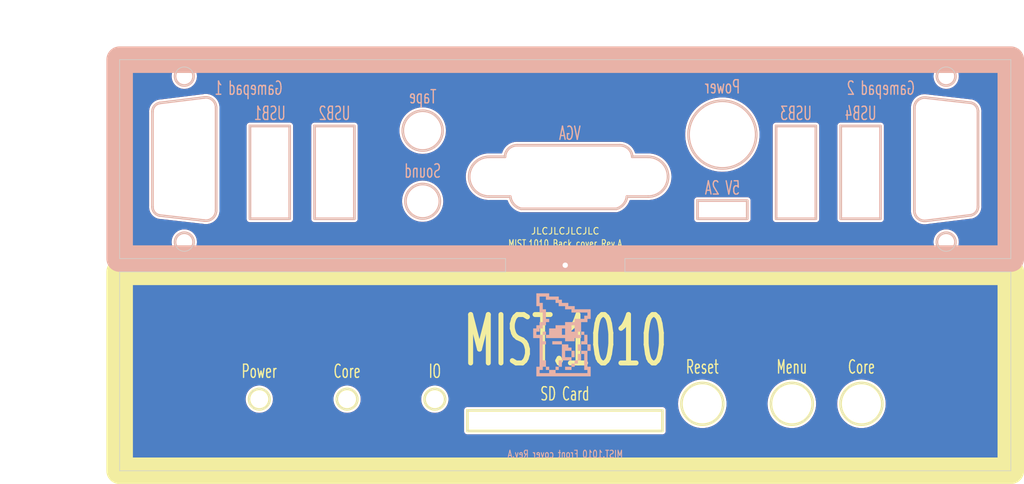
<source format=kicad_pcb>
(kicad_pcb (version 20210424) (generator pcbnew)
  (layers (0 "F.Cu" signal) (31 "B.Cu" signal) (34 "B.Paste" user) (35 "F.Paste" user) (36 "B.SilkS" user "B.Silkscreen") (37 "F.SilkS" user "F.Silkscreen") (38 "B.Mask" user) (39 "F.Mask" user) (44 "Edge.Cuts" user))
  (net 0 "")
  (net 1 "COMMON")
  (footprint "my:black-mage" (layer "B.Cu") (at 144 102.5 180)
    (fp_text reference "G***" hide)
    (fp_text value "LOGO" hide)
    (fp_poly (pts (xy 0 -0.962526) (xy 1.443789 -0.962526) (xy 1.443789 -1.443789) (xy 0 -1.443789) (xy 0 -0.962526)) (layer "B.SilkS") (width 0.01) (fill solid))
    (fp_poly (pts (xy -1.44379 -3.850105) (xy -1.44379 -3.368842) (xy -1.925053 -3.368842) (xy -1.925053 -2.406316) (xy -1.44379 -2.406316) (xy -1.44379 -3.368842) (xy -0.481263 -3.368842) (xy -0.481263 -2.406316) (xy -1.44379 -2.406316) (xy -1.44379 -1.925052) (xy -0.962527 -1.925052) (xy -0.962527 -1.443789) (xy 0 -1.443789) (xy 0 -3.850105) (xy -1.44379 -3.850105)) (layer "B.SilkS") (width 0.01) (fill solid))
    (fp_poly (pts (xy -1.925053 -4.812631) (xy -1.925053 -4.331368) (xy -1.44379 -4.331368) (xy -1.44379 -4.812631) (xy -1.925053 -4.812631)) (layer "B.SilkS") (width 0.01) (fill solid))
    (fp_poly (pts (xy 0.962526 -4.812631) (xy 0.962526 -5.293895) (xy 0.481263 -5.293895) (xy 0.481263 -4.812631) (xy 0.962526 -4.812631)) (layer "B.SilkS") (width 0.01) (fill solid))
    (fp_poly (pts (xy -0.481263 -4.812631) (xy -0.481263 -5.293895) (xy -1.44379 -5.293895) (xy -1.44379 -4.812631) (xy -0.481263 -4.812631)) (layer "B.SilkS") (width 0.01) (fill solid))
    (fp_poly (pts (xy -2.887579 -3.850105) (xy -2.887579 -2.887579) (xy -2.406316 -2.887579) (xy -2.406316 -3.850105) (xy -2.887579 -3.850105)) (layer "B.SilkS") (width 0.01) (fill solid))
    (fp_poly (pts (xy 2.406316 -5.293895) (xy 1.925052 -5.293895) (xy 1.925052 -4.812631) (xy 2.406316 -4.812631) (xy 2.406316 -5.293895)) (layer "B.SilkS") (width 0.01) (fill solid))
    (fp_poly (pts (xy -2.406316 -4.331368) (xy -2.406316 -3.850105) (xy -1.925053 -3.850105) (xy -1.925053 -4.331368) (xy -2.406316 -4.331368)) (layer "B.SilkS") (width 0.01) (fill solid))
    (fp_poly (pts (xy 0 -4.812631) (xy 0 -3.850105) (xy 0.481263 -3.850105) (xy 0.481263 -4.812631) (xy 0 -4.812631)) (layer "B.SilkS") (width 0.01) (fill solid))
    (fp_poly (pts (xy 3.850105 4.331369) (xy 3.368842 4.331369) (xy 3.368842 3.368842) (xy 2.887579 3.368842) (xy 2.887579 1.925053) (xy 3.368842 1.925053) (xy 3.368842 1.44379) (xy 3.850105 1.44379) (xy 3.850105 0.962527) (xy 4.331368 0.962527) (xy 4.331368 -0.481263) (xy 3.368842 -0.481263) (xy 3.368842 -4.812631) (xy 3.850105 -4.812631) (xy 3.850105 -6.256421) (xy -4.331369 -6.256421) (xy -4.331369 -4.812631) (xy -3.850105 -4.812631) (xy -3.850105 -2.406316) (xy -4.331369 -2.406316) (xy -4.331369 -1.443789) (xy -3.850105 -1.443789) (xy -3.850105 -2.406316) (xy -2.887579 -2.406316) (xy -2.887579 -2.887579) (xy -3.368842 -2.887579) (xy -3.368842 -5.293895) (xy -3.850105 -5.293895) (xy -3.850105 -5.775158) (xy 0.962526 -5.775158) (xy 0.962526 -5.293895) (xy 1.925052 -5.293895) (xy 1.925052 -5.775158) (xy 3.368842 -5.775158) (xy 3.368842 -5.293895) (xy 2.887579 -5.293895) (xy 2.887579 -4.812631) (xy 2.406316 -4.812631) (xy 2.406316 -3.850105) (xy 2.887579 -3.850105) (xy 2.887579 -1.443789) (xy 2.406316 -1.443789) (xy 2.406316 -0.962526) (xy 2.887579 -0.962526) (xy 2.887579 0) (xy 3.850105 0) (xy 3.850105 0.481263) (xy 3.368842 0.481263) (xy 3.368842 0.962527) (xy 2.887579 0.962527) (xy 2.887579 1.44379) (xy 2.406316 1.44379) (xy 2.406316 1.925053) (xy 1.925052 1.925053) (xy 1.925052 2.406316) (xy 2.406316 2.406316) (xy 2.406316 3.850105) (xy 2.887579 3.850105) (xy 2.887579 4.812632) (xy 3.368842 4.812632) (xy 3.368842 5.775158) (xy 2.406316 5.775158) (xy 2.406316 5.293895) (xy 0.962526 5.293895) (xy 0.962526 4.812632) (xy 0.481263 4.812632) (xy 0.481263 4.331369) (xy -0.481263 4.331369) (xy -0.481263 3.850105) (xy -1.44379 3.850105) (xy -1.44379 3.368842) (xy -3.850105 3.368842) (xy -3.850105 2.887579) (xy -3.368842 2.887579) (xy -3.368842 2.406316) (xy -1.925053 2.406316) (xy -1.925053 1.925053) (xy -0.481263 1.925053) (xy -0.481263 1.44379) (xy 0.962526 1.44379) (xy 0.962526 0.962527) (xy 1.925052 0.962527) (xy 1.925052 0) (xy 2.406316 0) (xy 2.406316 -0.481263) (xy -0.481263 -0.481263) (xy -0.481263 -0.962526) (xy -1.925053 -0.962526) (xy -1.925053 -0.481263) (xy -2.887579 -0.481263) (xy -2.887579 0) (xy -3.368842 0) (xy -3.368842 -0.962526) (xy -2.887579 -0.962526) (xy -2.887579 -1.443789) (xy -3.850105 -1.443789) (xy -3.850105 0) (xy -3.368842 0) (xy -3.368842 0.481263) (xy -2.887579 0.481263) (xy -2.887579 0) (xy -2.406316 0) (xy -2.406316 0.481263) (xy -2.887579 0.481263) (xy -2.887579 1.44379) (xy -1.925053 1.44379) (xy -1.925053 0.481263) (xy -1.44379 0.481263) (xy -1.44379 0.962527) (xy -0.481263 0.962527) (xy -0.481263 0) (xy 0 0) (xy 0 0.962527) (xy -0.481263 0.962527) (xy -1.44379 0.962527) (xy -1.44379 1.44379) (xy -1.925053 1.44379) (xy -2.887579 1.44379) (xy -2.887579 1.925053) (xy -3.850105 1.925053) (xy -3.850105 2.406316) (xy -4.331369 2.406316) (xy -4.331369 3.850105) (xy -1.925053 3.850105) (xy -1.925053 4.331369) (xy -0.962527 4.331369) (xy -0.962527 4.812632) (xy 0 4.812632) (xy 0 5.293895) (xy 0.481263 5.293895) (xy 0.481263 5.775158) (xy 1.925052 5.775158) (xy 1.925052 6.256421) (xy 3.850105 6.256421) (xy 3.850105 4.331369)) (layer "B.SilkS") (width 0.01) (fill solid))
    (fp_poly (pts (xy -2.406316 -2.406316) (xy -2.887579 -2.406316) (xy -2.887579 -1.443789) (xy -2.406316 -1.443789) (xy -2.406316 -2.406316)) (layer "B.SilkS") (width 0.01) (fill solid))
    (fp_poly (pts (xy 2.887579 0) (xy 2.406316 0) (xy 2.406316 0.481263) (xy 2.887579 0.481263) (xy 2.887579 0)) (layer "B.SilkS") (width 0.01) (fill solid))
  )
  (gr_arc (start 157.01 78.65) (end 157.01 81.65) (angle -180) (layer "B.SilkS") (width 0.4))
  (gr_circle (center 168.2 72.3) (end 173.3 72.3) (layer "B.SilkS") (width 0.4) (fill none))
  (gr_arc (start 198.700885 68.266794) (end 198.949999 66.735425) (angle -100.8510762) (layer "B.SilkS") (width 0.4))
  (gr_line (start 205.7 84.46423) (end 198.949999 85.29977) (layer "B.SilkS") (width 0.4))
  (gr_rect (start 96.95 71) (end 102.95 85) (layer "B.SilkS") (width 0.4) (fill none))
  (gr_arc (start 83.579762 68.83577) (end 82.25 68.83577) (angle 77.85508317) (layer "B.SilkS") (width 0.4))
  (gr_arc (start 205.420238 83.16423) (end 206.75 83.16423) (angle 77.85508317) (layer "B.SilkS") (width 0.4))
  (gr_line (start 83.3 67.53577) (end 90.050001 66.70023) (layer "B.SilkS") (width 0.4))
  (gr_circle (center 201.95 63.5) (end 203.35 63.5) (layer "B.SilkS") (width 0.4) (fill none))
  (gr_line (start 133.01 81.65) (end 136.21 81.65) (layer "B.SilkS") (width 0.4))
  (gr_circle (center 201.95 88.5) (end 203.35 88.5) (layer "B.SilkS") (width 0.4) (fill none))
  (gr_line (start 133.01 75.65) (end 135.41 75.65) (layer "B.SilkS") (width 0.4))
  (gr_line (start 153.81 81.65) (end 157.01 81.65) (layer "B.SilkS") (width 0.4))
  (gr_line (start 83.3 84.500231) (end 90.050001 85.264575) (layer "B.SilkS") (width 0.4))
  (gr_arc (start 152.751694 75.760874) (end 154.61 75.65) (angle -88.19696796) (layer "B.SilkS") (width 0.4))
  (gr_line (start 154.61 75.65) (end 157.01 75.65) (layer "B.SilkS") (width 0.4))
  (gr_rect (start 106.7 71) (end 112.7 85) (layer "B.SilkS") (width 0.4) (fill none))
  (gr_rect (start 77.3 61) (end 211.7 91) (layer "B.SilkS") (width 4) (fill none))
  (gr_line (start 82.25 68.83577) (end 82.250001 83.200234) (layer "B.SilkS") (width 0.4))
  (gr_arc (start 90.299115 83.733206) (end 90.050001 85.264575) (angle -100.8510762) (layer "B.SilkS") (width 0.4))
  (gr_arc (start 138.402462 81.359668) (end 137.845539 83.5) (angle 67.87145488) (layer "B.SilkS") (width 0.4))
  (gr_line (start 206.75 83.16423) (end 206.749999 68.799766) (layer "B.SilkS") (width 0.4))
  (gr_line (start 197.15 83.724769) (end 197.15 68.310425) (layer "B.SilkS") (width 0.4))
  (gr_arc (start 198.700725 83.768584) (end 197.15 83.724769) (angle -100.8649601) (layer "B.SilkS") (width 0.4))
  (gr_arc (start 151.612849 81.366653) (end 153.81 81.65) (angle 67.01393943) (layer "B.SilkS") (width 0.4))
  (gr_rect (start 164.45 82.25) (end 171.95 85) (layer "B.SilkS") (width 0.4) (fill none))
  (gr_circle (center 87.05 88.5) (end 88.45 88.5) (layer "B.SilkS") (width 0.4) (fill none))
  (gr_arc (start 90.299275 68.231416) (end 91.85 68.275231) (angle -100.8649601) (layer "B.SilkS") (width 0.4))
  (gr_line (start 91.85 68.275231) (end 91.85 83.689575) (layer "B.SilkS") (width 0.4))
  (gr_arc (start 133.01 78.65) (end 133.01 75.65) (angle -180) (layer "B.SilkS") (width 0.4))
  (gr_line (start 137.285 73.9) (end 152.699344 73.9) (layer "B.SilkS") (width 0.4))
  (gr_arc (start 83.579116 83.200754) (end 83.3 84.500231) (angle 77.9) (layer "B.SilkS") (width 0.4))
  (gr_circle (center 87.05 63.5) (end 88.45 63.5) (layer "B.SilkS") (width 0.4) (fill none))
  (gr_rect (start 186.05 71) (end 192.05 85) (layer "B.SilkS") (width 0.4) (fill none))
  (gr_circle (center 123 82.35) (end 125.6 82.35) (layer "B.SilkS") (width 0.4) (fill none))
  (gr_line (start 205.7 67.499769) (end 198.949999 66.735425) (layer "B.SilkS") (width 0.4))
  (gr_line (start 137.845539 83.5) (end 152.210003 83.499999) (layer "B.SilkS") (width 0.4))
  (gr_circle (center 123 71.7) (end 126 71.7) (layer "B.SilkS") (width 0.4) (fill none))
  (gr_arc (start 137.233451 75.724234) (end 137.285 73.9) (angle -89.28736199) (layer "B.SilkS") (width 0.4))
  (gr_arc (start 205.420884 68.799246) (end 205.7 67.499769) (angle 77.9) (layer "B.SilkS") (width 0.4))
  (gr_rect (start 176.3 71) (end 182.3 85) (layer "B.SilkS") (width 0.4) (fill none))
  (gr_rect (start 77.3 93) (end 211.7 123) (layer "F.SilkS") (width 4) (fill none))
  (gr_circle (center 189.175 112.9) (end 192.325 112.9) (layer "F.SilkS") (width 0.4) (fill none))
  (gr_circle (center 98.36 112.2) (end 99.91 112.2) (layer "F.SilkS") (width 0.4) (fill none))
  (gr_circle (center 178.675 112.9) (end 181.825 112.9) (layer "F.SilkS") (width 0.4) (fill none))
  (gr_circle (center 165.175 112.9) (end 168.325 112.9) (layer "F.SilkS") (width 0.4) (fill none))
  (gr_rect (start 129.75 117) (end 159.15 113.9) (layer "F.SilkS") (width 0.4) (fill none))
  (gr_circle (center 111.6 112.2) (end 113.15 112.2) (layer "F.SilkS") (width 0.4) (fill none))
  (gr_circle (center 124.8375 112.2) (end 126.3875 112.2) (layer "F.SilkS") (width 0.4) (fill none))
  (gr_arc (start 152.751694 75.760874) (end 154.61 75.65) (angle -88.19696796) (layer "Edge.Cuts") (width 0.1))
  (gr_arc (start 83.578978 68.83577) (end 82.249216 68.83577) (angle 77.85508317) (layer "Edge.Cuts") (width 0.1))
  (gr_arc (start 151.612849 81.366653) (end 153.81 81.65) (angle 67.01393943) (layer "Edge.Cuts") (width 0.1))
  (gr_line (start 205.700784 67.499769) (end 198.950783 66.735425) (layer "Edge.Cuts") (width 0.1))
  (gr_line (start 137.285 73.9) (end 152.699344 73.9) (layer "Edge.Cuts") (width 0.1))
  (gr_circle (center 189.175 112.9) (end 192.325 112.9) (layer "Edge.Cuts") (width 0.1) (fill none))
  (gr_arc (start 157.01 78.65) (end 157.01 81.65) (angle -180) (layer "Edge.Cuts") (width 0.1))
  (gr_circle (center 123 82.35) (end 125.6 82.35) (layer "Edge.Cuts") (width 0.1) (fill none))
  (gr_line (start 133.01 81.65) (end 136.21 81.65) (layer "Edge.Cuts") (width 0.1))
  (gr_rect (start 164.45 82.25) (end 171.95 85) (layer "Edge.Cuts") (width 0.1) (fill none))
  (gr_arc (start 205.421668 68.799246) (end 205.700784 67.499769) (angle 77.9) (layer "Edge.Cuts") (width 0.1))
  (gr_circle (center 124.8375 112.2) (end 126.3875 112.2) (layer "Edge.Cuts") (width 0.1) (fill none))
  (gr_line (start 154.61 75.65) (end 157.01 75.65) (layer "Edge.Cuts") (width 0.1))
  (gr_line (start 133.01 75.65) (end 135.41 75.65) (layer "Edge.Cuts") (width 0.1))
  (gr_line (start 211.7 93) (end 211.7 123) (layer "Edge.Cuts") (width 0.1))
  (gr_line (start 77.3 91) (end 77.3 61) (layer "Edge.Cuts") (width 0.1))
  (gr_line (start 77.3 123) (end 77.3 93) (layer "Edge.Cuts") (width 0.1))
  (gr_arc (start 198.701509 83.768584) (end 197.150784 83.724769) (angle -100.8649601) (layer "Edge.Cuts") (width 0.1))
  (gr_line (start 135.5 91) (end 77.3 91) (layer "Edge.Cuts") (width 0.1))
  (gr_circle (center 123 71.7) (end 126 71.7) (layer "Edge.Cuts") (width 0.1) (fill none))
  (gr_line (start 197.150784 83.724769) (end 197.150784 68.310425) (layer "Edge.Cuts") (width 0.1))
  (gr_circle (center 201.95 88.5) (end 203.35 88.5) (layer "Edge.Cuts") (width 0.1) (fill none))
  (gr_line (start 77.3 61) (end 211.7 61) (layer "Edge.Cuts") (width 0.1))
  (gr_circle (center 168.2 72.3) (end 173.3 72.3) (layer "Edge.Cuts") (width 0.1) (fill none))
  (gr_circle (center 178.675 112.9) (end 181.825 112.9) (layer "Edge.Cuts") (width 0.1) (fill none))
  (gr_line (start 83.299216 84.500231) (end 90.049217 85.264575) (layer "Edge.Cuts") (width 0.1))
  (gr_circle (center 87.05 88.5) (end 88.45 88.5) (layer "Edge.Cuts") (width 0.1) (fill none))
  (gr_line (start 77.3 93) (end 135.5 93) (layer "Edge.Cuts") (width 0.1))
  (gr_arc (start 90.298331 83.733206) (end 90.049217 85.264575) (angle -100.8510762) (layer "Edge.Cuts") (width 0.1))
  (gr_line (start 205.700784 84.46423) (end 198.950783 85.29977) (layer "Edge.Cuts") (width 0.1))
  (gr_arc (start 138.402462 81.359668) (end 137.845539 83.5) (angle 67.87145488) (layer "Edge.Cuts") (width 0.1))
  (gr_line (start 153.81 81.65) (end 157.01 81.65) (layer "Edge.Cuts") (width 0.1))
  (gr_line (start 83.299216 67.53577) (end 90.049217 66.70023) (layer "Edge.Cuts") (width 0.1))
  (gr_arc (start 205.421022 83.16423) (end 206.750784 83.16423) (angle 77.85508317) (layer "Edge.Cuts") (width 0.1))
  (gr_circle (center 87.05 63.5) (end 88.45 63.5) (layer "Edge.Cuts") (width 0.1) (fill none))
  (gr_arc (start 137.233451 75.724234) (end 137.285 73.9) (angle -89.28736199) (layer "Edge.Cuts") (width 0.1))
  (gr_rect (start 186.05 71) (end 192.05 85) (layer "Edge.Cuts") (width 0.1) (fill none))
  (gr_line (start 206.750784 83.16423) (end 206.750783 68.799766) (layer "Edge.Cuts") (width 0.1))
  (gr_rect (start 176.3 71) (end 182.3 85) (layer "Edge.Cuts") (width 0.1) (fill none))
  (gr_line (start 82.249216 68.83577) (end 82.249217 83.200234) (layer "Edge.Cuts") (width 0.1))
  (gr_line (start 211.7 91) (end 153.5 91) (layer "Edge.Cuts") (width 0.1))
  (gr_circle (center 98.36 112.2) (end 99.91 112.2) (layer "Edge.Cuts") (width 0.1) (fill none))
  (gr_line (start 211.7 61) (end 211.7 91) (layer "Edge.Cuts") (width 0.1))
  (gr_rect (start 96.95 71) (end 102.95 85) (layer "Edge.Cuts") (width 0.1) (fill none))
  (gr_line (start 153.5 93) (end 211.7 93) (layer "Edge.Cuts") (width 0.1))
  (gr_line (start 211.7 123) (end 77.3 123) (layer "Edge.Cuts") (width 0.1))
  (gr_line (start 137.845539 83.5) (end 152.210003 83.499999) (layer "Edge.Cuts") (width 0.1))
  (gr_arc (start 133.01 78.65) (end 133.01 75.65) (angle -180) (layer "Edge.Cuts") (width 0.1))
  (gr_arc (start 198.701669 68.266794) (end 198.950783 66.735425) (angle -100.8510762) (layer "Edge.Cuts") (width 0.1))
  (gr_rect (start 106.7 71) (end 112.7 85) (layer "Edge.Cuts") (width 0.1) (fill none))
  (gr_arc (start 90.298491 68.231416) (end 91.849216 68.275231) (angle -100.8649601) (layer "Edge.Cuts") (width 0.1))
  (gr_circle (center 111.6 112.2) (end 113.15 112.2) (layer "Edge.Cuts") (width 0.1) (fill none))
  (gr_line (start 153.5 93) (end 153.5 91) (layer "Edge.Cuts") (width 0.1))
  (gr_circle (center 165.175 112.9) (end 168.325 112.9) (layer "Edge.Cuts") (width 0.1) (fill none))
  (gr_line (start 135.5 91) (end 135.5 93) (layer "Edge.Cuts") (width 0.1))
  (gr_rect (start 129.75 117) (end 159.15 113.9) (layer "Edge.Cuts") (width 0.1) (fill none))
  (gr_line (start 91.849216 68.275231) (end 91.849216 83.689575) (layer "Edge.Cuts") (width 0.1))
  (gr_circle (center 201.95 63.5) (end 200.55 63.5) (layer "Edge.Cuts") (width 0.1) (fill none))
  (gr_arc (start 83.578332 83.200754) (end 83.299216 84.500231) (angle 77.9) (layer "Edge.Cuts") (width 0.1))
  (gr_text "Gamepad 1" (at 96.749216 65.3) (layer "B.SilkS") (effects (font (size 2 1.2) (thickness 0.2)) (justify mirror)))
  (gr_text "Gamepad 2" (at 192.1 65.3) (layer "B.SilkS") (effects (font (size 2 1.2) (thickness 0.2)) (justify mirror)))
  (gr_text "USB4" (at 189.05 69.1) (layer "B.SilkS") (effects (font (size 2 1.2) (thickness 0.2)) (justify mirror)))
  (gr_text "Tape" (at 123 66.6) (layer "B.SilkS") (effects (font (size 2 1.2) (thickness 0.2)) (justify mirror)))
  (gr_text "Sound" (at 123 77.8) (layer "B.SilkS") (effects (font (size 2 1.2) (thickness 0.2)) (justify mirror)))
  (gr_text "USB2" (at 109.7 69.1) (layer "B.SilkS") (effects (font (size 2 1.2) (thickness 0.2)) (justify mirror)))
  (gr_text "USB1" (at 99.95 69.1) (layer "B.SilkS") (effects (font (size 2 1.2) (thickness 0.2)) (justify mirror)))
  (gr_text "USB3" (at 179.3 69.1) (layer "B.SilkS") (effects (font (size 2 1.2) (thickness 0.2)) (justify mirror)))
  (gr_text "5V 2A" (at 168.2 80.35) (layer "B.SilkS") (effects (font (size 2 1.2) (thickness 0.2)) (justify mirror)))
  (gr_text "VGA" (at 145.2 72.1) (layer "B.SilkS") (effects (font (size 2 1.2) (thickness 0.2)) (justify mirror)))
  (gr_text "MIST.1010 Front cover Rev.A" (at 144.5 120.5) (layer "B.SilkS") (effects (font (size 1.1 0.8) (thickness 0.14)) (justify mirror)))
  (gr_text "Power" (at 168.2 65.1) (layer "B.SilkS") (effects (font (size 2 1.2) (thickness 0.2)) (justify mirror)))
  (gr_text "Core" (at 111.6 108) (layer "F.SilkS") (effects (font (size 2 1.2) (thickness 0.2))))
  (gr_text "JLCJLCJLCJLC" (at 144.5 86.85) (layer "F.SilkS") (effects (font (size 1 1))))
  (gr_text "MIST.1010 Back cover Rev.A" (at 144.5 88.75) (layer "F.SilkS") (effects (font (size 1.1 0.8) (thickness 0.14))))
  (gr_text "Reset" (at 165.175 107.35) (layer "F.SilkS") (effects (font (size 2 1.2) (thickness 0.2))))
  (gr_text "Menu" (at 178.675 107.35) (layer "F.SilkS") (effects (font (size 2 1.2) (thickness 0.2))))
  (gr_text "MIST.1010" (at 128.786905 103.4) (layer "F.SilkS") (effects (font (size 7.3 4) (thickness 0.75)) (justify left)))
  (gr_text "IO" (at 124.8375 108) (layer "F.SilkS") (effects (font (size 2 1.2) (thickness 0.2))))
  (gr_text "Power" (at 98.36 108) (layer "F.SilkS") (effects (font (size 2 1.2) (thickness 0.2))))
  (gr_text "Core" (at 189.175 107.35) (layer "F.SilkS") (effects (font (size 2 1.2) (thickness 0.2))))
  (gr_text "SD Card" (at 144.45 111.4) (layer "F.SilkS") (effects (font (size 2 1.2) (thickness 0.2))))
  (via (at 144.5 92) (size 1.2) (drill 0.8) (layers "F.Cu" "B.Cu") (net 1))
  (zone (net 1) (net_name "COMMON") (layers F&B.Cu) (connect_pads (clearance 0.508)) (min_thickness 0.254) (fill yes (thermal_gap 0.508) (thermal_bridge_width 0.508) (island_removal_mode 1) (island_area_min 0))
    (polygon (pts (xy 212 123.1) (xy 77 123.1) (xy 77 60.75) (xy 212 60.75)))
  )
)
</source>
